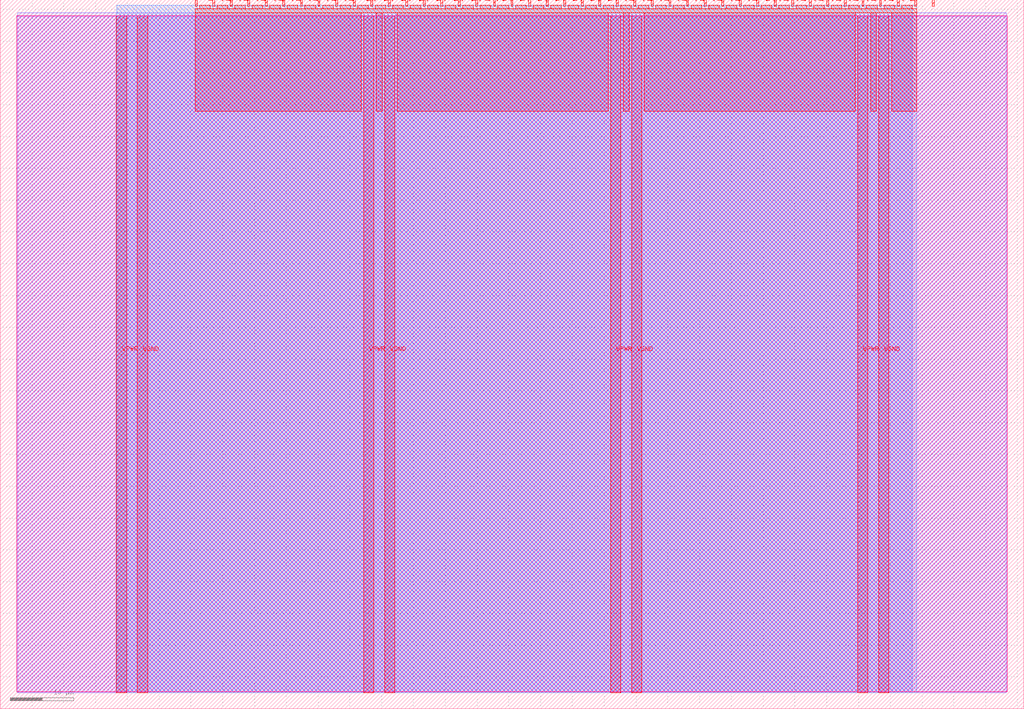
<source format=lef>
VERSION 5.7 ;
  NOWIREEXTENSIONATPIN ON ;
  DIVIDERCHAR "/" ;
  BUSBITCHARS "[]" ;
MACRO tt_um_VanceWiberg_top
  CLASS BLOCK ;
  FOREIGN tt_um_VanceWiberg_top ;
  ORIGIN 0.000 0.000 ;
  SIZE 161.000 BY 111.520 ;
  PIN VGND
    DIRECTION INOUT ;
    USE GROUND ;
    PORT
      LAYER met4 ;
        RECT 21.580 2.480 23.180 109.040 ;
    END
    PORT
      LAYER met4 ;
        RECT 60.450 2.480 62.050 109.040 ;
    END
    PORT
      LAYER met4 ;
        RECT 99.320 2.480 100.920 109.040 ;
    END
    PORT
      LAYER met4 ;
        RECT 138.190 2.480 139.790 109.040 ;
    END
  END VGND
  PIN VPWR
    DIRECTION INOUT ;
    USE POWER ;
    PORT
      LAYER met4 ;
        RECT 18.280 2.480 19.880 109.040 ;
    END
    PORT
      LAYER met4 ;
        RECT 57.150 2.480 58.750 109.040 ;
    END
    PORT
      LAYER met4 ;
        RECT 96.020 2.480 97.620 109.040 ;
    END
    PORT
      LAYER met4 ;
        RECT 134.890 2.480 136.490 109.040 ;
    END
  END VPWR
  PIN clk
    DIRECTION INPUT ;
    USE SIGNAL ;
    ANTENNAGATEAREA 0.852000 ;
    PORT
      LAYER met4 ;
        RECT 143.830 110.520 144.130 111.520 ;
    END
  END clk
  PIN ena
    DIRECTION INPUT ;
    USE SIGNAL ;
    PORT
      LAYER met4 ;
        RECT 146.590 110.520 146.890 111.520 ;
    END
  END ena
  PIN rst_n
    DIRECTION INPUT ;
    USE SIGNAL ;
    ANTENNAGATEAREA 0.196500 ;
    PORT
      LAYER met4 ;
        RECT 141.070 110.520 141.370 111.520 ;
    END
  END rst_n
  PIN ui_in[0]
    DIRECTION INPUT ;
    USE SIGNAL ;
    ANTENNAGATEAREA 0.159000 ;
    PORT
      LAYER met4 ;
        RECT 138.310 110.520 138.610 111.520 ;
    END
  END ui_in[0]
  PIN ui_in[1]
    DIRECTION INPUT ;
    USE SIGNAL ;
    ANTENNAGATEAREA 0.126000 ;
    PORT
      LAYER met4 ;
        RECT 135.550 110.520 135.850 111.520 ;
    END
  END ui_in[1]
  PIN ui_in[2]
    DIRECTION INPUT ;
    USE SIGNAL ;
    PORT
      LAYER met4 ;
        RECT 132.790 110.520 133.090 111.520 ;
    END
  END ui_in[2]
  PIN ui_in[3]
    DIRECTION INPUT ;
    USE SIGNAL ;
    PORT
      LAYER met4 ;
        RECT 130.030 110.520 130.330 111.520 ;
    END
  END ui_in[3]
  PIN ui_in[4]
    DIRECTION INPUT ;
    USE SIGNAL ;
    PORT
      LAYER met4 ;
        RECT 127.270 110.520 127.570 111.520 ;
    END
  END ui_in[4]
  PIN ui_in[5]
    DIRECTION INPUT ;
    USE SIGNAL ;
    PORT
      LAYER met4 ;
        RECT 124.510 110.520 124.810 111.520 ;
    END
  END ui_in[5]
  PIN ui_in[6]
    DIRECTION INPUT ;
    USE SIGNAL ;
    PORT
      LAYER met4 ;
        RECT 121.750 110.520 122.050 111.520 ;
    END
  END ui_in[6]
  PIN ui_in[7]
    DIRECTION INPUT ;
    USE SIGNAL ;
    PORT
      LAYER met4 ;
        RECT 118.990 110.520 119.290 111.520 ;
    END
  END ui_in[7]
  PIN uio_in[0]
    DIRECTION INPUT ;
    USE SIGNAL ;
    PORT
      LAYER met4 ;
        RECT 116.230 110.520 116.530 111.520 ;
    END
  END uio_in[0]
  PIN uio_in[1]
    DIRECTION INPUT ;
    USE SIGNAL ;
    PORT
      LAYER met4 ;
        RECT 113.470 110.520 113.770 111.520 ;
    END
  END uio_in[1]
  PIN uio_in[2]
    DIRECTION INPUT ;
    USE SIGNAL ;
    PORT
      LAYER met4 ;
        RECT 110.710 110.520 111.010 111.520 ;
    END
  END uio_in[2]
  PIN uio_in[3]
    DIRECTION INPUT ;
    USE SIGNAL ;
    PORT
      LAYER met4 ;
        RECT 107.950 110.520 108.250 111.520 ;
    END
  END uio_in[3]
  PIN uio_in[4]
    DIRECTION INPUT ;
    USE SIGNAL ;
    PORT
      LAYER met4 ;
        RECT 105.190 110.520 105.490 111.520 ;
    END
  END uio_in[4]
  PIN uio_in[5]
    DIRECTION INPUT ;
    USE SIGNAL ;
    PORT
      LAYER met4 ;
        RECT 102.430 110.520 102.730 111.520 ;
    END
  END uio_in[5]
  PIN uio_in[6]
    DIRECTION INPUT ;
    USE SIGNAL ;
    PORT
      LAYER met4 ;
        RECT 99.670 110.520 99.970 111.520 ;
    END
  END uio_in[6]
  PIN uio_in[7]
    DIRECTION INPUT ;
    USE SIGNAL ;
    PORT
      LAYER met4 ;
        RECT 96.910 110.520 97.210 111.520 ;
    END
  END uio_in[7]
  PIN uio_oe[0]
    DIRECTION OUTPUT ;
    USE SIGNAL ;
    PORT
      LAYER met4 ;
        RECT 49.990 110.520 50.290 111.520 ;
    END
  END uio_oe[0]
  PIN uio_oe[1]
    DIRECTION OUTPUT ;
    USE SIGNAL ;
    PORT
      LAYER met4 ;
        RECT 47.230 110.520 47.530 111.520 ;
    END
  END uio_oe[1]
  PIN uio_oe[2]
    DIRECTION OUTPUT ;
    USE SIGNAL ;
    PORT
      LAYER met4 ;
        RECT 44.470 110.520 44.770 111.520 ;
    END
  END uio_oe[2]
  PIN uio_oe[3]
    DIRECTION OUTPUT ;
    USE SIGNAL ;
    PORT
      LAYER met4 ;
        RECT 41.710 110.520 42.010 111.520 ;
    END
  END uio_oe[3]
  PIN uio_oe[4]
    DIRECTION OUTPUT ;
    USE SIGNAL ;
    PORT
      LAYER met4 ;
        RECT 38.950 110.520 39.250 111.520 ;
    END
  END uio_oe[4]
  PIN uio_oe[5]
    DIRECTION OUTPUT ;
    USE SIGNAL ;
    PORT
      LAYER met4 ;
        RECT 36.190 110.520 36.490 111.520 ;
    END
  END uio_oe[5]
  PIN uio_oe[6]
    DIRECTION OUTPUT ;
    USE SIGNAL ;
    PORT
      LAYER met4 ;
        RECT 33.430 110.520 33.730 111.520 ;
    END
  END uio_oe[6]
  PIN uio_oe[7]
    DIRECTION OUTPUT ;
    USE SIGNAL ;
    PORT
      LAYER met4 ;
        RECT 30.670 110.520 30.970 111.520 ;
    END
  END uio_oe[7]
  PIN uio_out[0]
    DIRECTION OUTPUT ;
    USE SIGNAL ;
    ANTENNADIFFAREA 0.795200 ;
    PORT
      LAYER met4 ;
        RECT 72.070 110.520 72.370 111.520 ;
    END
  END uio_out[0]
  PIN uio_out[1]
    DIRECTION OUTPUT ;
    USE SIGNAL ;
    PORT
      LAYER met4 ;
        RECT 69.310 110.520 69.610 111.520 ;
    END
  END uio_out[1]
  PIN uio_out[2]
    DIRECTION OUTPUT ;
    USE SIGNAL ;
    PORT
      LAYER met4 ;
        RECT 66.550 110.520 66.850 111.520 ;
    END
  END uio_out[2]
  PIN uio_out[3]
    DIRECTION OUTPUT ;
    USE SIGNAL ;
    PORT
      LAYER met4 ;
        RECT 63.790 110.520 64.090 111.520 ;
    END
  END uio_out[3]
  PIN uio_out[4]
    DIRECTION OUTPUT ;
    USE SIGNAL ;
    PORT
      LAYER met4 ;
        RECT 61.030 110.520 61.330 111.520 ;
    END
  END uio_out[4]
  PIN uio_out[5]
    DIRECTION OUTPUT ;
    USE SIGNAL ;
    PORT
      LAYER met4 ;
        RECT 58.270 110.520 58.570 111.520 ;
    END
  END uio_out[5]
  PIN uio_out[6]
    DIRECTION OUTPUT ;
    USE SIGNAL ;
    PORT
      LAYER met4 ;
        RECT 55.510 110.520 55.810 111.520 ;
    END
  END uio_out[6]
  PIN uio_out[7]
    DIRECTION OUTPUT ;
    USE SIGNAL ;
    PORT
      LAYER met4 ;
        RECT 52.750 110.520 53.050 111.520 ;
    END
  END uio_out[7]
  PIN uo_out[0]
    DIRECTION OUTPUT ;
    USE SIGNAL ;
    ANTENNAGATEAREA 0.247500 ;
    ANTENNADIFFAREA 0.891000 ;
    PORT
      LAYER met4 ;
        RECT 94.150 110.520 94.450 111.520 ;
    END
  END uo_out[0]
  PIN uo_out[1]
    DIRECTION OUTPUT ;
    USE SIGNAL ;
    ANTENNAGATEAREA 0.247500 ;
    ANTENNADIFFAREA 0.891000 ;
    PORT
      LAYER met4 ;
        RECT 91.390 110.520 91.690 111.520 ;
    END
  END uo_out[1]
  PIN uo_out[2]
    DIRECTION OUTPUT ;
    USE SIGNAL ;
    ANTENNAGATEAREA 0.247500 ;
    ANTENNADIFFAREA 0.891000 ;
    PORT
      LAYER met4 ;
        RECT 88.630 110.520 88.930 111.520 ;
    END
  END uo_out[2]
  PIN uo_out[3]
    DIRECTION OUTPUT ;
    USE SIGNAL ;
    ANTENNAGATEAREA 0.247500 ;
    ANTENNADIFFAREA 0.891000 ;
    PORT
      LAYER met4 ;
        RECT 85.870 110.520 86.170 111.520 ;
    END
  END uo_out[3]
  PIN uo_out[4]
    DIRECTION OUTPUT ;
    USE SIGNAL ;
    ANTENNAGATEAREA 0.247500 ;
    ANTENNADIFFAREA 0.891000 ;
    PORT
      LAYER met4 ;
        RECT 83.110 110.520 83.410 111.520 ;
    END
  END uo_out[4]
  PIN uo_out[5]
    DIRECTION OUTPUT ;
    USE SIGNAL ;
    ANTENNAGATEAREA 0.247500 ;
    ANTENNADIFFAREA 0.891000 ;
    PORT
      LAYER met4 ;
        RECT 80.350 110.520 80.650 111.520 ;
    END
  END uo_out[5]
  PIN uo_out[6]
    DIRECTION OUTPUT ;
    USE SIGNAL ;
    ANTENNAGATEAREA 0.247500 ;
    ANTENNADIFFAREA 0.891000 ;
    PORT
      LAYER met4 ;
        RECT 77.590 110.520 77.890 111.520 ;
    END
  END uo_out[6]
  PIN uo_out[7]
    DIRECTION OUTPUT ;
    USE SIGNAL ;
    ANTENNAGATEAREA 0.247500 ;
    ANTENNADIFFAREA 0.891000 ;
    PORT
      LAYER met4 ;
        RECT 74.830 110.520 75.130 111.520 ;
    END
  END uo_out[7]
  OBS
      LAYER nwell ;
        RECT 2.570 2.635 158.430 108.990 ;
      LAYER li1 ;
        RECT 2.760 2.635 158.240 108.885 ;
      LAYER met1 ;
        RECT 2.760 2.480 158.240 109.440 ;
      LAYER met2 ;
        RECT 18.310 2.535 143.430 110.685 ;
      LAYER met3 ;
        RECT 18.290 2.555 144.170 110.665 ;
      LAYER met4 ;
        RECT 31.370 110.120 33.030 110.665 ;
        RECT 34.130 110.120 35.790 110.665 ;
        RECT 36.890 110.120 38.550 110.665 ;
        RECT 39.650 110.120 41.310 110.665 ;
        RECT 42.410 110.120 44.070 110.665 ;
        RECT 45.170 110.120 46.830 110.665 ;
        RECT 47.930 110.120 49.590 110.665 ;
        RECT 50.690 110.120 52.350 110.665 ;
        RECT 53.450 110.120 55.110 110.665 ;
        RECT 56.210 110.120 57.870 110.665 ;
        RECT 58.970 110.120 60.630 110.665 ;
        RECT 61.730 110.120 63.390 110.665 ;
        RECT 64.490 110.120 66.150 110.665 ;
        RECT 67.250 110.120 68.910 110.665 ;
        RECT 70.010 110.120 71.670 110.665 ;
        RECT 72.770 110.120 74.430 110.665 ;
        RECT 75.530 110.120 77.190 110.665 ;
        RECT 78.290 110.120 79.950 110.665 ;
        RECT 81.050 110.120 82.710 110.665 ;
        RECT 83.810 110.120 85.470 110.665 ;
        RECT 86.570 110.120 88.230 110.665 ;
        RECT 89.330 110.120 90.990 110.665 ;
        RECT 92.090 110.120 93.750 110.665 ;
        RECT 94.850 110.120 96.510 110.665 ;
        RECT 97.610 110.120 99.270 110.665 ;
        RECT 100.370 110.120 102.030 110.665 ;
        RECT 103.130 110.120 104.790 110.665 ;
        RECT 105.890 110.120 107.550 110.665 ;
        RECT 108.650 110.120 110.310 110.665 ;
        RECT 111.410 110.120 113.070 110.665 ;
        RECT 114.170 110.120 115.830 110.665 ;
        RECT 116.930 110.120 118.590 110.665 ;
        RECT 119.690 110.120 121.350 110.665 ;
        RECT 122.450 110.120 124.110 110.665 ;
        RECT 125.210 110.120 126.870 110.665 ;
        RECT 127.970 110.120 129.630 110.665 ;
        RECT 130.730 110.120 132.390 110.665 ;
        RECT 133.490 110.120 135.150 110.665 ;
        RECT 136.250 110.120 137.910 110.665 ;
        RECT 139.010 110.120 140.670 110.665 ;
        RECT 141.770 110.120 143.430 110.665 ;
        RECT 30.655 109.440 144.145 110.120 ;
        RECT 30.655 94.015 56.750 109.440 ;
        RECT 59.150 94.015 60.050 109.440 ;
        RECT 62.450 94.015 95.620 109.440 ;
        RECT 98.020 94.015 98.920 109.440 ;
        RECT 101.320 94.015 134.490 109.440 ;
        RECT 136.890 94.015 137.790 109.440 ;
        RECT 140.190 94.015 144.145 109.440 ;
  END
END tt_um_VanceWiberg_top
END LIBRARY


</source>
